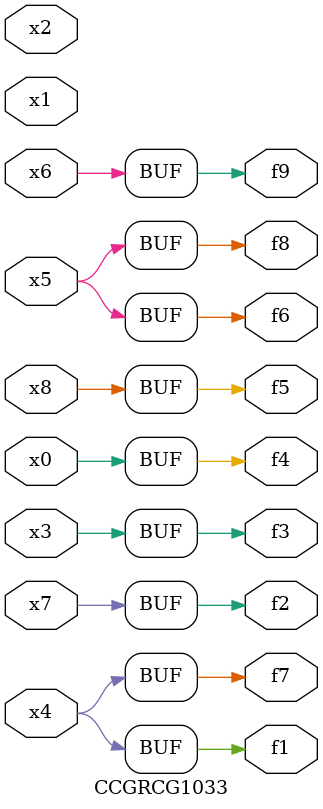
<source format=v>
module CCGRCG1033(
	input x0, x1, x2, x3, x4, x5, x6, x7, x8,
	output f1, f2, f3, f4, f5, f6, f7, f8, f9
);
	assign f1 = x4;
	assign f2 = x7;
	assign f3 = x3;
	assign f4 = x0;
	assign f5 = x8;
	assign f6 = x5;
	assign f7 = x4;
	assign f8 = x5;
	assign f9 = x6;
endmodule

</source>
